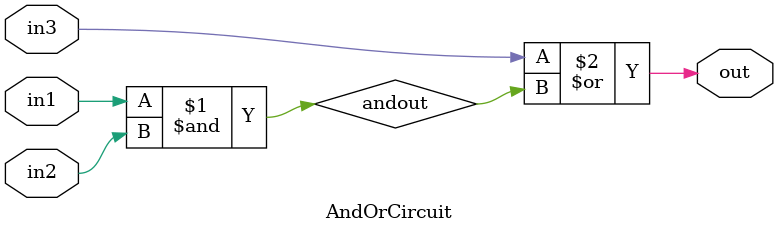
<source format=v>
module AndOrCircuit 
       (input in1,
        input in2,
        input in3,
        output out
        );
				  
wire andout;

and(andout,in1,in2);

or(out,in3,andout);	

endmodule			  
</source>
